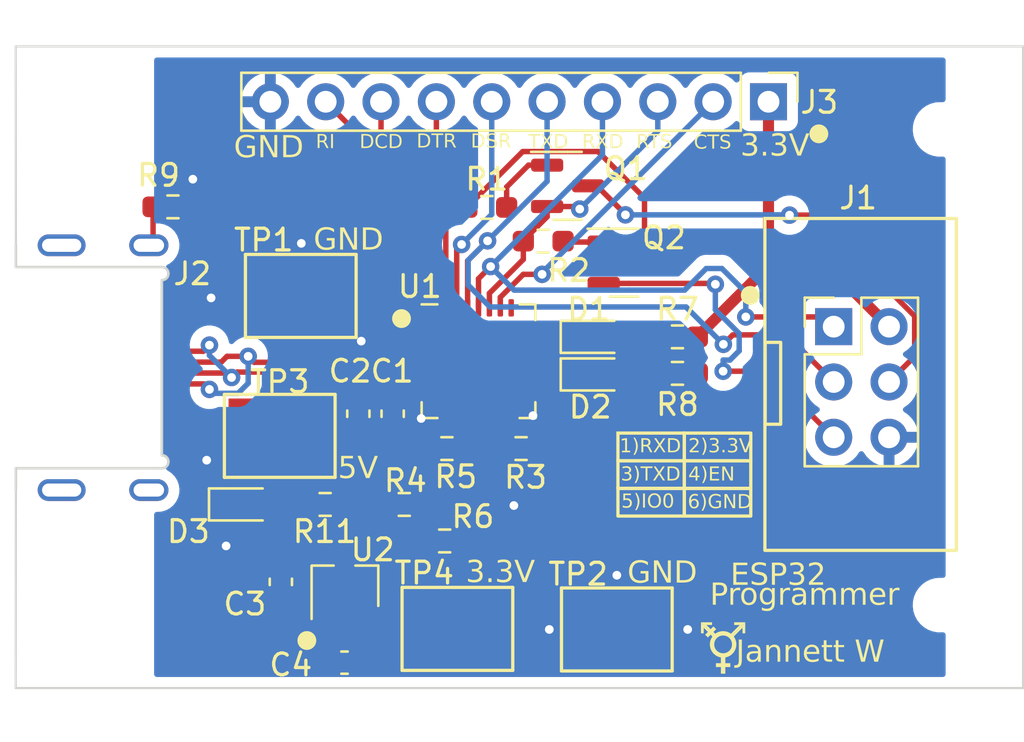
<source format=kicad_pcb>
(kicad_pcb (version 20221018) (generator pcbnew)
  (layers (0 "F.Cu" signal) (31 "B.Cu" signal) (34 "B.Paste" user) (35 "F.Paste" user) (36 "B.SilkS" user "B.Silkscreen") (37 "F.SilkS" user "F.Silkscreen") (38 "B.Mask" user) (39 "F.Mask" user) (44 "Edge.Cuts" user))
  (net 0 "")
  (net 1 "Net-(D1-K)")
  (net 2 "Net-(D1-A)")
  (net 3 "Net-(D2-K)")
  (net 4 "Net-(D2-A)")
  (net 5 "GND")
  (net 6 "Net-(D3-A)")
  (net 7 "RXD")
  (net 8 "+3.3V")
  (net 9 "TXD")
  (net 10 "ESP32_EN")
  (net 11 "ESP32_BOOT0")
  (net 12 "CTS")
  (net 13 "RTS")
  (net 14 "DSR")
  (net 15 "DTR")
  (net 16 "DCD")
  (net 17 "RI")
  (net 18 "Net-(Q1-B)")
  (net 19 "Net-(Q2-B)")
  (net 20 "Net-(U1-~{SUSPEND})")
  (net 21 "+5V")
  (net 22 "Net-(U1-VBUS)")
  (net 23 "Net-(U1-~{RST})")
  (net 24 "Net-(U1-D+)")
  (net 25 "Net-(U1-D-)")
  (net 40 "Net-(J2-SHIELD)")
  (footprint "Jarrett_Footprint_Library:MountingHole_2.0mm" (layer "F.Cu") (at 3.81 25.654)
    (fp_text reference "H4" hide)
    (fp_text value "M2")
    (pad "" np_thru_hole circle (at 0 0) (size 2 2) (drill 2) (layers "F&B.Cu" "*.Mask"))
  )
  (footprint "LED_SMD:LED_0603_1608Metric_Pad1.05x0.95mm_HandSolder" (layer "F.Cu") (at 26.67 15.0622)
    (fp_text reference "D2" (at -0.3048 1.4986) (layer "F.SilkS"))
    (fp_text value "GREEN LED")
    (pad "1" smd roundrect (at -0.875 0) (size 1.05 0.95) (layers "F.Cu" "F.Paste" "F.Mask") (net 3 "Net-(D2-K)"))
    (pad "2" smd roundrect (at 0.875 0) (size 1.05 0.95) (layers "F.Cu" "F.Paste" "F.Mask") (net 4 "Net-(D2-A)"))
  )
  (footprint "Resistor_SMD:R_0603_1608Metric_Pad0.98x0.95mm_HandSolder" (layer "F.Cu") (at 30.367 15.0122 180)
    (fp_text reference "R8" (at 0 -1.43) (layer "F.SilkS"))
    (fp_text value "2K")
    (pad "1" smd roundrect (at -0.9125 0 180) (size 0.975 0.95) (layers "F.Cu" "F.Paste" "F.Mask") (net 8 "+3.3V"))
    (pad "2" smd roundrect (at 0.9125 0 180) (size 0.975 0.95) (layers "F.Cu" "F.Paste" "F.Mask") (net 4 "Net-(D2-A)"))
  )
  (footprint "Connector_PinHeader_2.54mm:PinHeader_1x10_P2.54mm_Vertical" (layer "F.Cu") (at 34.544 2.54 -90)
    (fp_text reference "J3" (at 0.0254 -2.33 -180) (layer "F.SilkS"))
    (fp_text value "Conn_01x10")
    (pad "1" thru_hole rect (at 0 0 270) (size 1.7 1.7) (drill 1) (layers "*.Cu" "*.Mask") (net 8 "+3.3V"))
    (pad "2" thru_hole oval (at 0 2.54 270) (size 1.7 1.7) (drill 1) (layers "*.Cu" "*.Mask") (net 12 "CTS"))
    (pad "3" thru_hole oval (at 0 5.08 270) (size 1.7 1.7) (drill 1) (layers "*.Cu" "*.Mask") (net 13 "RTS"))
    (pad "4" thru_hole oval (at 0 7.62 270) (size 1.7 1.7) (drill 1) (layers "*.Cu" "*.Mask") (net 7 "RXD"))
    (pad "5" thru_hole oval (at 0 10.16 270) (size 1.7 1.7) (drill 1) (layers "*.Cu" "*.Mask") (net 9 "TXD"))
    (pad "6" thru_hole oval (at 0 12.7 270) (size 1.7 1.7) (drill 1) (layers "*.Cu" "*.Mask") (net 14 "DSR"))
    (pad "7" thru_hole oval (at 0 15.24 270) (size 1.7 1.7) (drill 1) (layers "*.Cu" "*.Mask") (net 15 "DTR"))
    (pad "8" thru_hole oval (at 0 17.78 270) (size 1.7 1.7) (drill 1) (layers "*.Cu" "*.Mask") (net 16 "DCD"))
    (pad "9" thru_hole oval (at 0 20.32 270) (size 1.7 1.7) (drill 1) (layers "*.Cu" "*.Mask") (net 17 "RI"))
    (pad "10" thru_hole oval (at 0 22.86 270) (size 1.7 1.7) (drill 1) (layers "*.Cu" "*.Mask") (net 5 "GND"))
  )
  (footprint "Resistor_SMD:R_0603_1608Metric_Pad0.98x0.95mm_HandSolder" (layer "F.Cu") (at 30.367 13.335 180)
    (fp_text reference "R7" (at 0 1.27) (layer "F.SilkS"))
    (fp_text value "2K")
    (pad "1" smd roundrect (at -0.9125 0 180) (size 0.975 0.95) (layers "F.Cu" "F.Paste" "F.Mask") (net 8 "+3.3V"))
    (pad "2" smd roundrect (at 0.9125 0 180) (size 0.975 0.95) (layers "F.Cu" "F.Paste" "F.Mask") (net 2 "Net-(D1-A)"))
  )
  (footprint "Capacitor_SMD:C_0603_1608Metric_Pad1.08x0.95mm_HandSolder" (layer "F.Cu") (at 15.0876 28.2956 180)
    (fp_text reference "C4" (at 2.4638 -0.1016) (layer "F.SilkS"))
    (fp_text value "10uF")
    (pad "1" smd roundrect (at -0.8625 0 180) (size 1.075 0.95) (layers "F.Cu" "F.Paste" "F.Mask") (net 8 "+3.3V"))
    (pad "2" smd roundrect (at 0.8625 0 180) (size 1.075 0.95) (layers "F.Cu" "F.Paste" "F.Mask") (net 5 "GND"))
  )
  (footprint "Jarrett_Footprint_Library:Trans_Symbol" (layer "F.Cu") (at 32.4612 27.4574)
    (fp_text reference "SYMBOL1" hide)
    (fp_text value "~")
  )
  (footprint "Jarrett_Footprint_Library:USB_C_Receptacle_GSB1C4621DS2HR" (layer "F.Cu") (at 6.7082 14.7508 -90)
    (fp_text reference "J2" (at -4.3114 -1.3944 -180) (layer "F.SilkS"))
    (fp_text value "GSB1C4621DS2HR")
    (fp_line (start -4.62 6.7) (end -5.62 6.7) (stroke (width 0.12)) (layer "Edge.Cuts"))
    (fp_line (start -4.62 6.7) (end -4.62 0) (stroke (width 0.12)) (layer "Edge.Cuts"))
    (fp_line (start 4.02 0) (end -4.02 0) (stroke (width 0.12)) (layer "Edge.Cuts"))
    (fp_line (start 4.62 6.7) (end 4.62 0) (stroke (width 0.12)) (layer "Edge.Cuts"))
    (fp_line (start 5.62 6.7) (end 4.62 6.7) (stroke (width 0.12)) (layer "Edge.Cuts"))
    (fp_arc (start -4.62 0) (mid -4.32 -0.3) (end -4.02 0) (stroke (width 0.12)) (layer "Edge.Cuts"))
    (fp_arc (start 4.02 0) (mid 4.32 -0.3) (end 4.62 0) (stroke (width 0.12)) (layer "Edge.Cuts"))
    (pad "A1" smd rect (at -3.204 -0.6096 270) (size 0.6 1.24) (layers "F.Cu" "F.Paste" "F.Mask") (net 5 "GND"))
    (pad "A4" smd rect (at -2.404 -0.6096 270) (size 0.6 1.24) (layers "F.Cu" "F.Paste" "F.Mask") (net 21 "+5V"))
    (pad "A5" smd rect (at -1.254 -0.6096 270) (size 0.3 1.24) (layers "F.Cu" "F.Paste" "F.Mask"))
    (pad "A6" smd rect (at -0.254 -0.6096 270) (size 0.3 1.24) (layers "F.Cu" "F.Paste" "F.Mask") (net 24 "Net-(U1-D+)"))
    (pad "A7" smd rect (at 0.246 -0.6096 270) (size 0.3 1.24) (layers "F.Cu" "F.Paste" "F.Mask") (net 25 "Net-(U1-D-)"))
    (pad "A8" smd rect (at 1.246 -0.6096 270) (size 0.3 1.24) (layers "F.Cu" "F.Paste" "F.Mask"))
    (pad "A9" smd rect (at 2.396 -0.6096 270) (size 0.6 1.24) (layers "F.Cu" "F.Paste" "F.Mask") (net 21 "+5V"))
    (pad "A12" smd rect (at 3.196 -0.6096 270) (size 0.6 1.24) (layers "F.Cu" "F.Paste" "F.Mask") (net 5 "GND"))
    (pad "B1" smd rect (at 3.196 -0.6096 270) (size 0.6 1.24) (layers "F.Cu" "F.Paste" "F.Mask") (net 5 "GND"))
    (pad "B4" smd rect (at 2.396 -0.6096 270) (size 0.6 1.24) (layers "F.Cu" "F.Paste" "F.Mask") (net 21 "+5V"))
    (pad "B5" smd rect (at 1.746 -0.6096 270) (size 0.3 1.24) (layers "F.Cu" "F.Paste" "F.Mask"))
    (pad "B6" smd rect (at 0.746 -0.6096 270) (size 0.3 1.24) (layers "F.Cu" "F.Paste" "F.Mask") (net 24 "Net-(U1-D+)"))
    (pad "B7" smd rect (at -0.754 -0.6096 270) (size 0.3 1.24) (layers "F.Cu" "F.Paste" "F.Mask") (net 25 "Net-(U1-D-)"))
    (pad "B8" smd rect (at -1.754 -0.6096 270) (size 0.3 1.24) (layers "F.Cu" "F.Paste" "F.Mask"))
    (pad "B9" smd rect (at -2.404 -0.6096 270) (size 0.6 1.24) (layers "F.Cu" "F.Paste" "F.Mask") (net 21 "+5V"))
    (pad "B12" smd rect (at -3.204 -0.6096 270) (size 0.6 1.24) (layers "F.Cu" "F.Paste" "F.Mask") (net 5 "GND"))
    (pad "S1" thru_hole oval (at -5.62 0.6 270) (size 1 1.8) (drill oval 0.6 1.4) (layers "*.Cu" "*.Mask") (net 40 "Net-(J2-SHIELD)"))
    (pad "S1" thru_hole oval (at -5.62 4.6 270) (size 1 2.2) (drill oval 0.6 1.8) (layers "*.Cu" "*.Mask") (net 40 "Net-(J2-SHIELD)"))
    (pad "S1" thru_hole oval (at 5.62 0.6 270) (size 1 1.8) (drill oval 0.6 1.4) (layers "*.Cu" "*.Mask") (net 40 "Net-(J2-SHIELD)"))
    (pad "S1" thru_hole oval (at 5.62 4.6 270) (size 1 2.2) (drill oval 0.6 1.8) (layers "*.Cu" "*.Mask") (net 40 "Net-(J2-SHIELD)"))
  )
  (footprint "LED_SMD:LED_0603_1608Metric_Pad1.05x0.95mm_HandSolder" (layer "F.Cu") (at 26.67 13.335)
    (fp_text reference "D1" (at -0.381 -1.27) (layer "F.SilkS"))
    (fp_text value "GREEN LED")
    (pad "1" smd roundrect (at -0.875 0) (size 1.05 0.95) (layers "F.Cu" "F.Paste" "F.Mask") (net 1 "Net-(D1-K)"))
    (pad "2" smd roundrect (at 0.875 0) (size 1.05 0.95) (layers "F.Cu" "F.Paste" "F.Mask") (net 2 "Net-(D1-A)"))
  )
  (footprint "Jarrett_Footprint_Library:TestPoint_Keystone_5016_Compact" (layer "F.Cu") (at 13.081 11.4554)
    (fp_text reference "TP1" (at -1.7018 -2.5654) (layer "F.SilkS"))
    (fp_text value "5016")
    (pad "1" smd rect (at 0 0) (size 4.699 3.429) (layers "F.Cu" "F.Paste" "F.Mask") (net 5 "GND"))
  )
  (footprint "Package_TO_SOT_SMD:TSOT-23" (layer "F.Cu") (at 15.0876 24.7893 90)
    (fp_text reference "U2" (at 1.6753 1.2954 180) (layer "F.SilkS"))
    (fp_text value "AP2138N-3.3TRG1")
    (pad "1" smd rect (at -1.31 -0.95 90) (size 1.22 0.65) (layers "F.Cu" "F.Paste" "F.Mask") (net 5 "GND"))
    (pad "2" smd rect (at -1.31 0.95 90) (size 1.22 0.65) (layers "F.Cu" "F.Paste" "F.Mask") (net 8 "+3.3V"))
    (pad "3" smd rect (at 1.31 0 90) (size 1.22 0.65) (layers "F.Cu" "F.Paste" "F.Mask") (net 21 "+5V"))
  )
  (footprint "Resistor_SMD:R_0603_1608Metric_Pad0.98x0.95mm_HandSolder" (layer "F.Cu") (at 21.6154 7.3914 180)
    (fp_text reference "R1" (at 0 1.2954) (layer "F.SilkS"))
    (fp_text value "10K")
    (pad "1" smd roundrect (at -0.9125 0 180) (size 0.975 0.95) (layers "F.Cu" "F.Paste" "F.Mask") (net 18 "Net-(Q1-B)"))
    (pad "2" smd roundrect (at 0.9125 0 180) (size 0.975 0.95) (layers "F.Cu" "F.Paste" "F.Mask") (net 15 "DTR"))
  )
  (footprint "Capacitor_SMD:C_0603_1608Metric_Pad1.08x0.95mm_HandSolder" (layer "F.Cu") (at 17.2974 16.8656 -90)
    (fp_text reference "C1" (at -1.9558 0.0254 -180) (layer "F.SilkS"))
    (fp_text value "0.1uF")
    (pad "1" smd roundrect (at -0.8625 0 270) (size 1.075 0.95) (layers "F.Cu" "F.Paste" "F.Mask") (net 8 "+3.3V"))
    (pad "2" smd roundrect (at 0.8625 0 270) (size 1.075 0.95) (layers "F.Cu" "F.Paste" "F.Mask") (net 5 "GND"))
  )
  (footprint "Resistor_SMD:R_0603_1608Metric_Pad0.98x0.95mm_HandSolder" (layer "F.Cu") (at 14.1986 21.0312 180)
    (fp_text reference "R11" (at 0.0254 -1.2446) (layer "F.SilkS"))
    (fp_text value "2K")
    (pad "1" smd roundrect (at -0.9125 0 180) (size 0.975 0.95) (layers "F.Cu" "F.Paste" "F.Mask") (net 21 "+5V"))
    (pad "2" smd roundrect (at 0.9125 0 180) (size 0.975 0.95) (layers "F.Cu" "F.Paste" "F.Mask") (net 6 "Net-(D3-A)"))
  )
  (footprint "Resistor_SMD:R_0603_1608Metric_Pad0.98x0.95mm_HandSolder" (layer "F.Cu") (at 19.7866 18.4658)
    (fp_text reference "R5" (at 0.4064 1.2954) (layer "F.SilkS"))
    (fp_text value "2K")
    (pad "1" smd roundrect (at -0.9125 0) (size 0.975 0.95) (layers "F.Cu" "F.Paste" "F.Mask") (net 8 "+3.3V"))
    (pad "2" smd roundrect (at 0.9125 0) (size 0.975 0.95) (layers "F.Cu" "F.Paste" "F.Mask") (net 23 "Net-(U1-~{RST})"))
  )
  (footprint "Connector_PinHeader_2.54mm:PinHeader_2x03_P2.54mm_Vertical" (layer "F.Cu") (at 37.5362 12.8674)
    (fp_text reference "J1" (at 1.1226 -5.9078) (layer "F.SilkS"))
    (fp_text value "BHR-06-VUA")
    (pad "1" thru_hole rect (at 0 0) (size 1.7 1.7) (drill 1) (layers "*.Cu" "*.Mask") (net 7 "RXD"))
    (pad "2" thru_hole oval (at 2.54 0) (size 1.7 1.7) (drill 1) (layers "*.Cu" "*.Mask") (net 8 "+3.3V"))
    (pad "3" thru_hole oval (at 0 2.54) (size 1.7 1.7) (drill 1) (layers "*.Cu" "*.Mask") (net 9 "TXD"))
    (pad "4" thru_hole oval (at 2.54 2.54) (size 1.7 1.7) (drill 1) (layers "*.Cu" "*.Mask") (net 10 "ESP32_EN"))
    (pad "5" thru_hole oval (at 0 5.08) (size 1.7 1.7) (drill 1) (layers "*.Cu" "*.Mask") (net 11 "ESP32_BOOT0"))
    (pad "6" thru_hole oval (at 2.54 5.08) (size 1.7 1.7) (drill 1) (layers "*.Cu" "*.Mask") (net 5 "GND"))
  )
  (footprint "Capacitor_SMD:C_0603_1608Metric_Pad1.08x0.95mm_HandSolder" (layer "F.Cu") (at 12.1666 24.5861 -90)
    (fp_text reference "C3" (at 1.0171 1.651 -180) (layer "F.SilkS"))
    (fp_text value "10uF")
    (pad "1" smd roundrect (at -0.8625 0 270) (size 1.075 0.95) (layers "F.Cu" "F.Paste" "F.Mask") (net 21 "+5V"))
    (pad "2" smd roundrect (at 0.8625 0 270) (size 1.075 0.95) (layers "F.Cu" "F.Paste" "F.Mask") (net 5 "GND"))
  )
  (footprint "Package_DFN_QFN:QFN-28-1EP_5x5mm_P0.5mm_EP3.35x3.35mm" (layer "F.Cu") (at 21.2368 14.454)
    (fp_text reference "U1" (at -2.6948 -3.4304) (layer "F.SilkS"))
    (fp_text value "CP2102N-Axx-xQFN28")
    (pad "1" smd roundrect (at -2.45 -1.5) (size 0.8 0.25) (layers "F.Cu" "F.Paste" "F.Mask") (net 16 "DCD"))
    (pad "2" smd roundrect (at -2.45 -1) (size 0.8 0.25) (layers "F.Cu" "F.Paste" "F.Mask") (net 17 "RI"))
    (pad "3" smd roundrect (at -2.45 -0.5) (size 0.8 0.25) (layers "F.Cu" "F.Paste" "F.Mask") (net 5 "GND"))
    (pad "4" smd roundrect (at -2.45 0) (size 0.8 0.25) (layers "F.Cu" "F.Paste" "F.Mask") (net 24 "Net-(U1-D+)"))
    (pad "5" smd roundrect (at -2.45 0.5) (size 0.8 0.25) (layers "F.Cu" "F.Paste" "F.Mask") (net 25 "Net-(U1-D-)"))
    (pad "6" smd roundrect (at -2.45 1) (size 0.8 0.25) (layers "F.Cu" "F.Paste" "F.Mask") (net 8 "+3.3V"))
    (pad "7" smd roundrect (at -2.45 1.5) (size 0.8 0.25) (layers "F.Cu" "F.Paste" "F.Mask") (net 8 "+3.3V"))
    (pad "8" smd roundrect (at -1.5 2.45) (size 0.25 0.8) (layers "F.Cu" "F.Paste" "F.Mask") (net 22 "Net-(U1-VBUS)"))
    (pad "9" smd roundrect (at -1 2.45) (size 0.25 0.8) (layers "F.Cu" "F.Paste" "F.Mask") (net 23 "Net-(U1-~{RST})"))
    (pad "10" smd roundrect (at -0.5 2.45) (size 0.25 0.8) (layers "F.Cu" "F.Paste" "F.Mask"))
    (pad "11" smd roundrect (at 0 2.45) (size 0.25 0.8) (layers "F.Cu" "F.Paste" "F.Mask") (net 20 "Net-(U1-~{SUSPEND})"))
    (pad "12" smd roundrect (at 0.5 2.45) (size 0.25 0.8) (layers "F.Cu" "F.Paste" "F.Mask"))
    (pad "13" smd roundrect (at 1 2.45) (size 0.25 0.8) (layers "F.Cu" "F.Paste" "F.Mask"))
    (pad "14" smd roundrect (at 1.5 2.45) (size 0.25 0.8) (layers "F.Cu" "F.Paste" "F.Mask"))
    (pad "15" smd roundrect (at 2.45 1.5) (size 0.8 0.25) (layers "F.Cu" "F.Paste" "F.Mask"))
    (pad "16" smd roundrect (at 2.45 1) (size 0.8 0.25) (layers "F.Cu" "F.Paste" "F.Mask"))
    (pad "17" smd roundrect (at 2.45 0.5) (size 0.8 0.25) (layers "F.Cu" "F.Paste" "F.Mask"))
    (pad "18" smd roundrect (at 2.45 0) (size 0.8 0.25) (layers "F.Cu" "F.Paste" "F.Mask") (net 3 "Net-(D2-K)"))
    (pad "19" smd roundrect (at 2.45 -0.5) (size 0.8 0.25) (layers "F.Cu" "F.Paste" "F.Mask") (net 1 "Net-(D1-K)"))
    (pad "20" smd roundrect (at 2.45 -1) (size 0.8 0.25) (layers "F.Cu" "F.Paste" "F.Mask"))
    (pad "21" smd roundrect (at 2.45 -1.5) (size 0.8 0.25) (layers "F.Cu" "F.Paste" "F.Mask"))
    (pad "22" smd roundrect (at 1.5 -2.45) (size 0.25 0.8) (layers "F.Cu" "F.Paste" "F.Mask"))
    (pad "23" smd roundrect (at 1 -2.45) (size 0.25 0.8) (layers "F.Cu" "F.Paste" "F.Mask") (net 12 "CTS"))
    (pad "24" smd roundrect (at 0.5 -2.45) (size 0.25 0.8) (layers "F.Cu" "F.Paste" "F.Mask") (net 13 "RTS"))
    (pad "25" smd roundrect (at 0 -2.45) (size 0.25 0.8) (layers "F.Cu" "F.Paste" "F.Mask") (net 7 "RXD"))
    (pad "26" smd roundrect (at -0.5 -2.45) (size 0.25 0.8) (layers "F.Cu" "F.Paste" "F.Mask") (net 9 "TXD"))
    (pad "27" smd roundrect (at -1 -2.45) (size 0.25 0.8) (layers "F.Cu" "F.Paste" "F.Mask") (net 14 "DSR"))
    (pad "28" smd roundrect (at -1.5 -2.45) (size 0.25 0.8) (layers "F.Cu" "F.Paste" "F.Mask") (net 15 "DTR"))
    (pad "29" smd rect (at 0 0) (size 3.35 3.35) (layers "F.Cu" "F.Mask") (net 5 "GND"))
  )
  (footprint "Jarrett_Footprint_Library:TestPoint_Keystone_5016_Compact" (layer "F.Cu") (at 27.5844 26.7716)
    (fp_text reference "TP2" (at -1.778 -2.54) (layer "F.SilkS"))
    (fp_text value "5016")
    (pad "1" smd rect (at 0 0) (size 4.699 3.429) (layers "F.Cu" "F.Paste" "F.Mask") (net 5 "GND"))
  )
  (footprint "Capacitor_SMD:C_0603_1608Metric_Pad1.08x0.95mm_HandSolder" (layer "F.Cu") (at 15.7226 16.8656 -90)
    (fp_text reference "C2" (at -1.9558 0.381 -180) (layer "F.SilkS"))
    (fp_text value "10uF")
    (pad "1" smd roundrect (at -0.8625 0 270) (size 1.075 0.95) (layers "F.Cu" "F.Paste" "F.Mask") (net 8 "+3.3V"))
    (pad "2" smd roundrect (at 0.8625 0 270) (size 1.075 0.95) (layers "F.Cu" "F.Paste" "F.Mask") (net 5 "GND"))
  )
  (footprint "Package_TO_SOT_SMD:SOT-23" (layer "F.Cu") (at 27.9169 9.9314)
    (fp_text reference "Q2" (at 1.8265 -1.143) (layer "F.SilkS"))
    (fp_text value "MMBT3904")
    (pad "1" smd roundrect (at -0.9375 -0.95) (size 1.475 0.6) (layers "F.Cu" "F.Paste" "F.Mask") (net 19 "Net-(Q2-B)"))
    (pad "2" smd roundrect (at -0.9375 0.95) (size 1.475 0.6) (layers "F.Cu" "F.Paste" "F.Mask") (net 11 "ESP32_BOOT0"))
    (pad "3" smd roundrect (at 0.9375 0) (size 1.475 0.6) (layers "F.Cu" "F.Paste" "F.Mask") (net 15 "DTR"))
  )
  (footprint "Jarrett_Footprint_Library:MountingHole_2.0mm" (layer "F.Cu") (at 3.81 3.81)
    (fp_text reference "H1" hide)
    (fp_text value "M2")
    (pad "" np_thru_hole circle (at 0 0) (size 2 2) (drill 2) (layers "F&B.Cu" "*.Mask"))
  )
  (footprint "Resistor_SMD:R_0603_1608Metric_Pad0.98x0.95mm_HandSolder" (layer "F.Cu") (at 7.2155 7.366)
    (fp_text reference "R9" (at -0.6623 -1.4478) (layer "F.SilkS"))
    (fp_text value "1Meg")
    (pad "1" smd roundrect (at -0.9125 0) (size 0.975 0.95) (layers "F.Cu" "F.Paste" "F.Mask") (net 40 "Net-(J2-SHIELD)"))
    (pad "2" smd roundrect (at 0.9125 0) (size 0.975 0.95) (layers "F.Cu" "F.Paste" "F.Mask") (net 5 "GND"))
  )
  (footprint "Jarrett_Footprint_Library:MountingHole_2.0mm" (layer "F.Cu") (at 42.418 25.654)
    (fp_text reference "H2" hide)
    (fp_text value "M2")
    (pad "" np_thru_hole circle (at 0 0) (size 2 2) (drill 2) (layers "F&B.Cu" "*.Mask"))
  )
  (footprint "Resistor_SMD:R_0603_1608Metric_Pad0.98x0.95mm_HandSolder" (layer "F.Cu") (at 19.685 22.7076)
    (fp_text reference "R6" (at 1.2954 -1.1176) (layer "F.SilkS"))
    (fp_text value "47.5K")
    (pad "1" smd roundrect (at -0.9125 0) (size 0.975 0.95) (layers "F.Cu" "F.Paste" "F.Mask") (net 22 "Net-(U1-VBUS)"))
    (pad "2" smd roundrect (at 0.9125 0) (size 0.975 0.95) (layers "F.Cu" "F.Paste" "F.Mask") (net 5 "GND"))
  )
  (footprint "Resistor_SMD:R_0603_1608Metric_Pad0.98x0.95mm_HandSolder" (layer "F.Cu") (at 17.8308 21.0312)
    (fp_text reference "R4" (at 0.0508 -1.0922) (layer "F.SilkS"))
    (fp_text value "22.1K")
    (pad "1" smd roundrect (at -0.9125 0) (size 0.975 0.95) (layers "F.Cu" "F.Paste" "F.Mask") (net 21 "+5V"))
    (pad "2" smd roundrect (at 0.9125 0) (size 0.975 0.95) (layers "F.Cu" "F.Paste" "F.Mask") (net 22 "Net-(U1-VBUS)"))
  )
  (footprint "Package_TO_SOT_SMD:SOT-23" (layer "F.Cu") (at 25.3238 6.4008)
    (fp_text reference "Q1" (at 2.667 -0.7874) (layer "F.SilkS"))
    (fp_text value "MMBT3904")
    (pad "1" smd roundrect (at -0.9375 -0.95) (size 1.475 0.6) (layers "F.Cu" "F.Paste" "F.Mask") (net 18 "Net-(Q1-B)"))
    (pad "2" smd roundrect (at -0.9375 0.95) (size 1.475 0.6) (layers "F.Cu" "F.Paste" "F.Mask") (net 13 "RTS"))
    (pad "3" smd roundrect (at 0.9375 0) (size 1.475 0.6) (layers "F.Cu" "F.Paste" "F.Mask") (net 10 "ESP32_EN"))
  )
  (footprint "Resistor_SMD:R_0603_1608Metric_Pad0.98x0.95mm_HandSolder" (layer "F.Cu") (at 23.1902 18.4658 180)
    (fp_text reference "R3" (at -0.2032 -1.3208) (layer "F.SilkS"))
    (fp_text value "10K")
    (pad "1" smd roundrect (at -0.9125 0 180) (size 0.975 0.95) (layers "F.Cu" "F.Paste" "F.Mask") (net 5 "GND"))
    (pad "2" smd roundrect (at 0.9125 0 180) (size 0.975 0.95) (layers "F.Cu" "F.Paste" "F.Mask") (net 20 "Net-(U1-~{SUSPEND})"))
  )
  (footprint "Jarrett_Footprint_Library:MountingHole_2.0mm" (layer "F.Cu") (at 42.418 3.81)
    (fp_text reference "H3" hide)
    (fp_text value "M2")
    (pad "" np_thru_hole circle (at 0 0) (size 2 2) (drill 2) (layers "F&B.Cu" "*.Mask"))
  )
  (footprint "Jarrett_Footprint_Library:TestPoint_Keystone_5016_Compact" (layer "F.Cu") (at 20.2692 26.7462)
    (fp_text reference "TP4" (at -1.524 -2.5654) (layer "F.SilkS"))
    (fp_text value "5016")
    (pad "1" smd rect (at 0 0) (size 4.699 3.429) (layers "F.Cu" "F.Paste" "F.Mask") (net 8 "+3.3V"))
  )
  (footprint "LED_SMD:LED_0603_1608Metric_Pad1.05x0.95mm_HandSolder" (layer "F.Cu") (at 10.5296 21.0312)
    (fp_text reference "D3" (at -2.6048 1.2446) (layer "F.SilkS"))
    (fp_text value "GREEN LED")
    (pad "1" smd roundrect (at -0.875 0) (size 1.05 0.95) (layers "F.Cu" "F.Paste" "F.Mask") (net 5 "GND"))
    (pad "2" smd roundrect (at 0.875 0) (size 1.05 0.95) (layers "F.Cu" "F.Paste" "F.Mask") (net 6 "Net-(D3-A)"))
  )
  (footprint "Resistor_SMD:R_0603_1608Metric_Pad0.98x0.95mm_HandSolder" (layer "F.Cu") (at 24.2062 8.9408 180)
    (fp_text reference "R2" (at -1.1684 -1.3462) (layer "F.SilkS"))
    (fp_text value "10K")
    (pad "1" smd roundrect (at -0.9125 0 180) (size 0.975 0.95) (layers "F.Cu" "F.Paste" "F.Mask") (net 19 "Net-(Q2-B)"))
    (pad "2" smd roundrect (at 0.9125 0 180) (size 0.975 0.95) (layers "F.Cu" "F.Paste" "F.Mask") (net 13 "RTS"))
  )
  (footprint "Jarrett_Footprint_Library:TestPoint_Keystone_5016_Compact" (layer "F.Cu") (at 12.1158 17.8816)
    (fp_text reference "TP3" (at 0 -2.4892 180) (layer "F.SilkS"))
    (fp_text value "5016")
    (pad "1" smd rect (at 0 0) (size 4.699 3.429) (layers "F.Cu" "F.Paste" "F.Mask") (net 21 "+5V"))
  )
  (gr_rect (start 27.6352 17.7546) (end 30.6832 19.0246) (stroke (width 0.15)) (fill none) (layer "F.SilkS"))
  (gr_rect (start 30.6832 17.7546) (end 33.7312 19.0246) (stroke (width 0.15)) (fill none) (layer "F.SilkS"))
  (gr_rect (start 27.6352 20.2946) (end 30.6832 21.5646) (stroke (width 0.15)) (fill none) (layer "F.SilkS"))
  (gr_circle (center 36.8554 4.0132) (end 37.211 4.0386) (stroke (width 0.15)) (fill solid) (layer "F.SilkS"))
  (gr_circle (center 33.7058 11.43) (end 34.0614 11.4554) (stroke (width 0.15)) (fill solid) (layer "F.SilkS"))
  (gr_circle (center 17.7038 12.4968) (end 18.0594 12.5222) (stroke (width 0.15)) (fill solid) (layer "F.SilkS"))
  (gr_circle (center 13.3604 27.2796) (end 13.716 27.305) (stroke (width 0.15)) (fill solid) (layer "F.SilkS"))
  (gr_rect (start 30.6832 19.0246) (end 33.7312 20.2946) (stroke (width 0.15)) (fill none) (layer "F.SilkS"))
  (gr_rect (start 30.6832 20.2946) (end 33.7312 21.5646) (stroke (width 0.15)) (fill none) (layer "F.SilkS"))
  (gr_rect (start 34.3789 7.8994) (end 43.1673 23.1394) (stroke (width 0.15)) (fill none) (layer "F.SilkS"))
  (gr_rect (start 27.6352 19.0246) (end 30.6832 20.2946) (stroke (width 0.15)) (fill none) (layer "F.SilkS"))
  (gr_rect (start 34.3916 13.589) (end 35.1028 17.3482) (stroke (width 0.15)) (fill none) (layer "F.SilkS"))
  (gr_line (start 0 0) (end 46.228 0) (stroke (width 0.1)) (layer "Edge.Cuts"))
  (gr_line (start 0.0082 9.1308) (end 0 0) (stroke (width 0.1)) (layer "Edge.Cuts"))
  (gr_line (start 0 29.464) (end 0.0082 20.3708) (stroke (width 0.1)) (layer "Edge.Cuts"))
  (gr_line (start 46.228 29.464) (end 0 29.464) (stroke (width 0.1)) (layer "Edge.Cuts"))
  (gr_line (start 46.228 0) (end 46.228 29.464) (stroke (width 0.1)) (layer "Edge.Cuts"))
  (gr_text "GND" (at 10.0076 5.2578) (layer "F.SilkS") (effects (font (size 1 1)) (justify left bottom)))
  (gr_text "GND" (at 13.6652 9.4996) (layer "F.SilkS") (effects (font (size 1 1)) (justify left bottom)))
  (gr_text "DTR" (at 18.3896 4.7498) (layer "F.SilkS") (effects (font (size 0.635 0.635)) (justify left bottom)))
  (gr_text "3.3V" (at 33.2486 5.1816) (layer "F.SilkS") (effects (font (size 1 1)) (justify left bottom)))
  (gr_text "6)GND" (at 30.8356 21.3106) (layer "F.SilkS") (effects (font (size 0.635 0.635)) (justify left bottom)))
  (gr_text "RI" (at 13.7668 4.7752) (layer "F.SilkS") (effects (font (size 0.635 0.635)) (justify left bottom)))
  (gr_text "ESP32" (at 32.7914 24.892) (layer "F.SilkS") (effects (font (size 1 1)) (justify left bottom)))
  (gr_text "GND" (at 28.067 24.7904) (layer "F.SilkS") (effects (font (size 1 1)) (justify left bottom)))
  (gr_text "3.3V" (at 20.6502 24.765) (layer "F.SilkS") (effects (font (size 1 1)) (justify left bottom)))
  (gr_text "3)TXD" (at 27.7622 20.0406) (layer "F.SilkS") (effects (font (size 0.635 0.635)) (justify left bottom)))
  (gr_text "RXD" (at 25.9842 4.7752) (layer "F.SilkS") (effects (font (size 0.635 0.635)) (justify left bottom)))
  (gr_text "Programmer" (at 31.8516 25.8064) (layer "F.SilkS") (effects (font (size 1 1)) (justify left bottom)))
  (gr_text "Jannett W" (at 33.0454 28.4226) (layer "F.SilkS") (effects (font (size 1 1)) (justify left bottom)))
  (gr_text "5V" (at 14.7828 19.9898) (layer "F.SilkS") (effects (font (size 1 1)) (justify left bottom)))
  (gr_text "1)RXD" (at 27.7114 18.7452) (layer "F.SilkS") (effects (font (size 0.635 0.635)) (justify left bottom)))
  (gr_text "5)IO0" (at 27.7876 21.2852) (layer "F.SilkS") (effects (font (size 0.635 0.635)) (justify left bottom)))
  (gr_text "DSR" (at 20.8788 4.7498) (layer "F.SilkS") (effects (font (size 0.635 0.635)) (justify left bottom)))
  (gr_text "DCD" (at 15.7734 4.7752) (layer "F.SilkS") (effects (font (size 0.635 0.635)) (justify left bottom)))
  (gr_text "CTS" (at 31.115 4.8006) (layer "F.SilkS") (effects (font (size 0.635 0.635)) (justify left bottom)))
  (gr_text "2)3.3V" (at 30.861 18.7452) (layer "F.SilkS") (effects (font (size 0.635 0.635)) (justify left bottom)))
  (gr_text "RTS" (at 28.4734 4.7752) (layer "F.SilkS") (effects (font (size 0.635 0.635)) (justify left bottom)))
  (gr_text "TXD" (at 23.5204 4.7752) (layer "F.SilkS") (effects (font (size 0.635 0.635)) (justify left bottom)))
  (gr_text "4)EN" (at 30.861 20.0406) (layer "F.SilkS") (effects (font (size 0.635 0.635)) (justify left bottom)))
  (segment (start 25.176 13.954) (end 25.795 13.335) (width 0.25) (layer "F.Cu") (net 1))
  (segment (start 23.6868 13.954) (end 25.176 13.954) (width 0.25) (layer "F.Cu") (net 1))
  (segment (start 27.545 13.335) (end 29.4545 13.335) (width 0.25) (layer "F.Cu") (net 2))
  (segment (start 25.1868 14.454) (end 25.795 15.0622) (width 0.25) (layer "F.Cu") (net 3))
  (segment (start 23.6868 14.454) (end 25.1868 14.454) (width 0.25) (layer "F.Cu") (net 3))
  (segment (start 29.4045 15.0622) (end 29.4545 15.0122) (width 0.25) (layer "F.Cu") (net 4))
  (segment (start 27.545 15.0622) (end 29.4045 15.0622) (width 0.25) (layer "F.Cu") (net 4))
  (segment (start 18.7868 13.954) (end 17.1036 13.954) (width 0.25) (layer "F.Cu") (net 5))
  (segment (start 14.1376 25.8724) (end 13.7138 25.4486) (width 0.508) (layer "F.Cu") (net 5))
  (segment (start 13.081 9.0678) (end 13.1064 9.0424) (width 0.25) (layer "F.Cu") (net 5))
  (segment (start 13.6906 11.4554) (end 13.081 11.4554) (width 0.25) (layer "F.Cu") (net 5))
  (segment (start 17.2974 17.7281) (end 15.7226 17.7281) (width 0.25) (layer "F.Cu") (net 5))
  (segment (start 14.2251 26.1868) (end 14.1376 26.0993) (width 0.508) (layer "F.Cu") (net 5))
  (segment (start 14.1376 26.0993) (end 14.1376 25.8724) (width 0.508) (layer "F.Cu") (net 5))
  (segment (start 17.1036 13.954) (end 16.7386 13.589) (width 0.25) (layer "F.Cu") (net 5))
  (segment (start 8.128 7.366) (end 8.128 6.096) (width 0.25) (layer "F.Cu") (net 5))
  (segment (start 8.763 18.9992) (end 8.763 20.193) (width 0.508) (layer "F.Cu") (net 5))
  (segment (start 13.081 11.4554) (end 13.081 9.0678) (width 0.508) (layer "F.Cu") (net 5))
  (segment (start 7.7106 17.9468) (end 8.763 18.9992) (width 0.508) (layer "F.Cu") (net 5))
  (segment (start 24.1027 18.4658) (end 24.1027 17.3199) (width 0.25) (layer "F.Cu") (net 5))
  (segment (start 22.86 21.082) (end 24.1027 19.8393) (width 0.25) (layer "F.Cu") (net 5))
  (segment (start 17.2974 17.7281) (end 17.9627 17.7281) (width 0.25) (layer "F.Cu") (net 5))
  (segment (start 8.763 20.193) (end 9.6012 21.0312) (width 0.508) (layer "F.Cu") (net 5))
  (segment (start 13.7138 25.4486) (end 12.1666 25.4486) (width 0.508) (layer "F.Cu") (net 5))
  (segment (start 8.9662 11.5468) (end 12.9896 11.5468) (width 0.508) (layer "F.Cu") (net 5))
  (segment (start 17.9627 17.7281) (end 18.6074 17.0834) (width 0.25) (layer "F.Cu") (net 5))
  (segment (start 24.1027 19.8393) (end 24.1027 18.4658) (width 0.25) (layer "F.Cu") (net 5))
  (segment (start 20.7368 13.954) (end 21.2368 14.454) (width 0.25) (layer "F.Cu") (net 5))
  (segment (start 27.5844 26.7716) (end 30.8356 26.7716) (width 0.508) (layer "F.Cu") (net 5))
  (segment (start 13.7801 11.4554) (end 15.85625 13.53155) (width 0.508) (layer "F.Cu") (net 5))
  (segment (start 12.1666 25.4486) (end 9.6546 22.9366) (width 0.508) (layer "F.Cu") (net 5))
  (segment (start 15.8242 13.589) (end 13.6906 11.4554) (width 0.25) (layer "F.Cu") (net 5))
  (segment (start 22.86 21.082) (end 22.352 21.082) (width 0.25) (layer "F.Cu") (net 5))
  (segment (start 27.5844 26.7716) (end 24.4856 26.7716) (width 0.508) (layer "F.Cu") (net 5))
  (segment (start 27.5844 26.7716) (end 27.5844 24.2824) (width 0.508) (layer "F.Cu") (net 5))
  (segment (start 14.2251 28.2956) (end 14.2251 26.1868) (width 0.508) (layer "F.Cu") (net 5))
  (segment (start 22.352 21.082) (end 20.7264 22.7076) (width 0.25) (layer "F.Cu") (net 5))
  (segment (start 21.2368 14.454) (end 23.7368 16.954) (width 0.25) (layer "F.Cu") (net 5))
  (segment (start 18.6074 17.0834) (end 21.2368 14.454) (width 0.25) (layer "F.Cu") (net 5))
  (segment (start 13.081 11.4554) (end 13.7801 11.4554) (width 0.25) (layer "F.Cu") (net 5))
  (segment (start 20.7264 22.7076) (end 20.5975 22.7076) (width 0.25) (layer "F.Cu") (net 5))
  (segment (start 9.6546 22.9366) (end 9.6546 21.0312) (width 0.508) (layer "F.Cu") (net 5))
  (segment (start 16.7386 13.589) (end 15.8242 13.589) (width 0.25) (layer "F.Cu") (net 5))
  (segment (start 9.6012 21.0312) (end 9.6546 21.0312) (width 0.508) (layer "F.Cu") (net 5))
  (segment (start 7.3178 17.9468) (end 7.7106 17.9468) (width 0.508) (layer "F.Cu") (net 5))
  (segment (start 18.7868 13.954) (end 20.7368 13.954) (width 0.25) (layer "F.Cu") (net 5))
  (segment (start 24.1027 17.3199) (end 23.7368 16.954) (width 0.25) (layer "F.Cu") (net 5))
  (segment (start 12.9896 11.5468) (end 13.081 11.4554) (width 0.508) (layer "F.Cu") (net 5))
  (segment (start 7.3178 11.5468) (end 8.9662 11.5468) (width 0.508) (layer "F.Cu") (net 5))
  (via (at 30.8356 26.7716) (size 0.8) (drill 0.4) (layers "F.Cu" "B.Cu") (net 5))
  (via (at 22.86 21.082) (size 0.8) (drill 0.4) (layers "F.Cu" "B.Cu") (net 5))
  (via (at 18.6074 17.0834) (size 0.8) (drill 0.4) (layers "F.Cu" "B.Cu") (net 5))
  (via (at 9.6546 22.9366) (size 0.8) (drill 0.4) (layers "F.Cu" "B.Cu") (net 5))
  (via (at 24.4856 26.7716) (size 0.8) (drill 0.4) (layers "F.Cu" "B.Cu") (net 5))
  (via (at 23.7368 16.954) (size 0.8) (drill 0.4) (layers "F.Cu" "B.Cu") (net 5))
  (via (at 13.1064 9.0424) (size 0.8) (drill 0.4) (layers "F.Cu" "B.Cu") (net 5))
  (via (at 15.85625 13.53155) (size 0.8) (drill 0.4) (layers "F.Cu" "B.Cu") (net 5))
  (via (at 8.763 18.9992) (size 0.8) (drill 0.4) (layers "F.Cu" "B.Cu") (net 5))
  (via (at 8.9662 11.5468) (size 0.8) (drill 0.4) (layers "F.Cu" "B.Cu") (net 5))
  (via (at 8.128 6.096) (size 0.8) (drill 0.4) (layers "F.Cu" "B.Cu") (net 5))
  (via (at 27.5844 24.2824) (size 0.8) (drill 0.4) (layers "F.Cu" "B.Cu") (net 5))
  (segment (start 13.2861 21.0312) (end 11.4046 21.0312) (width 0.25) (layer "F.Cu") (net 6))
  (segment (start 37.0894 12.4206) (end 37.5362 12.8674) (width 0.25) (layer "F.Cu") (net 7))
  (segment (start 33.5026 12.4206) (end 37.0894 12.4206) (width 0.25) (layer "F.Cu") (net 7))
  (segment (start 21.2368 12.004) (end 21.2368 10.6656) (width 0.25) (layer "F.Cu") (net 7))
  (segment (start 21.2368 10.6656) (end 21.7932 10.1092) (width 0.25) (layer "F.Cu") (net 7))
  (via (at 21.7932 10.1092) (size 0.8) (drill 0.4) (layers "F.Cu" "B.Cu") (net 7))
  (via (at 33.5026 12.4206) (size 0.8) (drill 0.4) (layers "F.Cu" "B.Cu") (net 7))
  (segment (start 22.8738 11.1898) (end 21.7932 10.1092) (width 0.25) (layer "B.Cu") (net 7))
  (segment (start 26.924 4.9784) (end 26.924 2.54) (width 0.25) (layer "B.Cu") (net 7))
  (segment (start 33.5026 12.4206) (end 33.5026 11.293695) (width 0.25) (layer "B.Cu") (net 7))
  (segment (start 33.5026 11.293695) (end 32.405905 10.197) (width 0.25) (layer "B.Cu") (net 7))
  (segment (start 30.6948 11.1898) (end 22.8738 11.1898) (width 0.25) (layer "B.Cu") (net 7))
  (segment (start 31.6876 10.197) (end 30.6948 11.1898) (width 0.25) (layer "B.Cu") (net 7))
  (segment (start 32.405905 10.197) (end 31.6876 10.197) (width 0.25) (layer "B.Cu") (net 7))
  (segment (start 21.7932 10.1092) (end 26.924 4.9784) (width 0.25) (layer "B.Cu") (net 7))
  (segment (start 17.8465 15.454) (end 17.2974 16.0031) (width 0.25) (layer "F.Cu") (net 8))
  (segment (start 31.2795 15.0122) (end 31.2795 13.335) (width 0.508) (layer "F.Cu") (net 8))
  (segment (start 17.8308 19.5091) (end 15.934852 19.5091) (width 0.25) (layer "F.Cu") (net 8))
  (segment (start 15.934852 19.5091) (end 14.9226 18.496848) (width 0.25) (layer "F.Cu") (net 8))
  (segment (start 20.7518 26.7462) (end 31.2795 16.2185) (width 0.889) (layer "F.Cu") (net 8))
  (segment (start 20.2692 26.7462) (end 20.7518 26.7462) (width 0.508) (layer "F.Cu") (net 8))
  (segment (start 18.7868 15.454) (end 17.8465 15.454) (width 0.25) (layer "F.Cu") (net 8))
  (segment (start 17.3465 15.954) (end 17.2974 16.0031) (width 0.25) (layer "F.Cu") (net 8))
  (segment (start 17.8308 19.5091) (end 18.8741 18.4658) (width 0.25) (layer "F.Cu") (net 8))
  (segment (start 31.2795 16.2185) (end 31.2795 15.0122) (width 0.889) (layer "F.Cu") (net 8))
  (segment (start 15.9501 26.1868) (end 16.0376 26.0993) (width 0.508) (layer "F.Cu") (net 8))
  (segment (start 34.544 2.54) (end 34.544 10.0705) (width 0.508) (layer "F.Cu") (net 8))
  (segment (start 20.2692 26.7462) (end 16.4084 26.7462) (width 0.508) (layer "F.Cu") (net 8))
  (segment (start 37.2793 10.0705) (end 34.544 10.0705) (width 0.508) (layer "F.Cu") (net 8))
  (segment (start 15.9501 28.2956) (end 15.9501 26.1868) (width 0.508) (layer "F.Cu") (net 8))
  (segment (start 14.9226 18.496848) (end 14.9226 16.8031) (width 0.25) (layer "F.Cu") (net 8))
  (segment (start 20.2692 26.7462) (end 19.5834 26.7462) (width 0.508) (layer "F.Cu") (net 8))
  (segment (start 18.7868 15.954) (end 17.3465 15.954) (width 0.25) (layer "F.Cu") (net 8))
  (segment (start 16.0376 26.3754) (end 16.0376 26.0993) (width 0.508) (layer "F.Cu") (net 8))
  (segment (start 14.9226 16.8031) (end 15.7226 16.0031) (width 0.25) (layer "F.Cu") (net 8))
  (segment (start 17.2974 16.0031) (end 15.7226 16.0031) (width 0.25) (layer "F.Cu") (net 8))
  (segment (start 17.8308 24.9936) (end 17.8308 19.5091) (width 0.25) (layer "F.Cu") (net 8))
  (segment (start 19.5834 26.7462) (end 17.8308 24.9936) (width 0.25) (layer "F.Cu") (net 8))
  (segment (start 16.4084 26.7462) (end 16.0376 26.3754) (width 0.508) (layer "F.Cu") (net 8))
  (segment (start 40.0762 12.8674) (end 37.2793 10.0705) (width 0.508) (layer "F.Cu") (net 8))
  (segment (start 34.544 10.0705) (end 31.2795 13.335) (width 0.508) (layer "F.Cu") (net 8))
  (segment (start 20.7368 12.004) (end 20.7368 9.842298) (width 0.25) (layer "F.Cu") (net 9))
  (segment (start 20.7368 9.842298) (end 21.652249 8.926849) (width 0.25) (layer "F.Cu") (net 9))
  (segment (start 35.3738 13.245) (end 37.5362 15.4074) (width 0.25) (layer "F.Cu") (net 9))
  (segment (start 32.4739 13.6779) (end 32.9068 13.245) (width 0.25) (layer "F.Cu") (net 9))
  (segment (start 32.9068 13.245) (end 35.3738 13.245) (width 0.25) (layer "F.Cu") (net 9))
  (via (at 32.4739 13.6779) (size 0.8) (drill 0.4) (layers "F.Cu" "B.Cu") (net 9))
  (via (at 21.652249 8.926849) (size 0.8) (drill 0.4) (layers "F.Cu" "B.Cu") (net 9))
  (segment (start 32.4739 13.6779) (end 30.7594 11.9634) (width 0.25) (layer "B.Cu") (net 9))
  (segment (start 21.652249 8.926849) (end 24.384 6.195098) (width 0.25) (layer "B.Cu") (net 9))
  (segment (start 20.761605 10.957205) (end 20.761605 9.817493) (width 0.25) (layer "B.Cu") (net 9))
  (segment (start 21.7678 11.9634) (end 20.761605 10.957205) (width 0.25) (layer "B.Cu") (net 9))
  (segment (start 24.384 6.195098) (end 24.384 2.54) (width 0.25) (layer "B.Cu") (net 9))
  (segment (start 20.761605 9.817493) (end 21.652249 8.926849) (width 0.25) (layer "B.Cu") (net 9))
  (segment (start 30.7594 11.9634) (end 21.7678 11.9634) (width 0.25) (layer "B.Cu") (net 9))
  (segment (start 41.2512 12.380699) (end 41.2512 14.2324) (width 0.25) (layer "F.Cu") (net 10))
  (segment (start 26.67 6.4008) (end 27.9908 7.7216) (width 0.25) (layer "F.Cu") (net 10))
  (segment (start 27.9908 7.7216) (end 27.978776 7.733624) (width 0.25) (layer "F.Cu") (net 10))
  (segment (start 36.617501 7.747) (end 41.2512 12.380699) (width 0.25) (layer "F.Cu") (net 10))
  (segment (start 26.2613 6.4008) (end 26.67 6.4008) (width 0.25) (layer "F.Cu") (net 10))
  (segment (start 41.2512 14.2324) (end 40.0762 15.4074) (width 0.25) (layer "F.Cu") (net 10))
  (segment (start 35.5092 7.747) (end 36.617501 7.747) (width 0.25) (layer "F.Cu") (net 10))
  (via (at 27.978776 7.733624) (size 0.8) (drill 0.4) (layers "F.Cu" "B.Cu") (net 10))
  (via (at 35.5092 7.747) (size 0.8) (drill 0.4) (layers "F.Cu" "B.Cu") (net 10))
  (segment (start 35.495824 7.733624) (end 35.5092 7.747) (width 0.25) (layer "B.Cu") (net 10))
  (segment (start 27.978776 7.733624) (end 35.495824 7.733624) (width 0.25) (layer "B.Cu") (net 10))
  (segment (start 32.065 10.8814) (end 32.1056 10.922) (width 0.25) (layer "F.Cu") (net 11))
  (segment (start 26.9794 10.8814) (end 28.1432 10.8814) (width 0.25) (layer "F.Cu") (net 11))
  (segment (start 32.462207 14.913256) (end 34.502056 14.913256) (width 0.25) (layer "F.Cu") (net 11))
  (segment (start 34.502056 14.913256) (end 37.5362 17.9474) (width 0.25) (layer "F.Cu") (net 11))
  (segment (start 28.1432 10.8814) (end 32.065 10.8814) (width 0.25) (layer "F.Cu") (net 11))
  (via (at 32.462207 14.913256) (size 0.8) (drill 0.4) (layers "F.Cu" "B.Cu") (net 11))
  (via (at 32.1056 10.922) (size 0.8) (drill 0.4) (layers "F.Cu" "B.Cu") (net 11))
  (segment (start 32.1056 12.0904) (end 32.1056 10.922) (width 0.25) (layer "B.Cu") (net 11))
  (segment (start 32.462207 14.4029) (end 32.774205 14.4029) (width 0.25) (layer "B.Cu") (net 11))
  (segment (start 32.462207 14.913256) (end 32.462207 14.4029) (width 0.25) (layer "B.Cu") (net 11))
  (segment (start 33.1989 13.978205) (end 33.1989 13.1837) (width 0.25) (layer "B.Cu") (net 11))
  (segment (start 32.774205 14.4029) (end 33.1989 13.978205) (width 0.25) (layer "B.Cu") (net 11))
  (segment (start 33.1989 13.1837) (end 32.1056 12.0904) (width 0.25) (layer "B.Cu") (net 11))
  (segment (start 22.2368 12.004) (end 22.2368 11.5198) (width 0.25) (layer "F.Cu") (net 12))
  (segment (start 22.2368 11.5198) (end 23.2918 10.4648) (width 0.25) (layer "F.Cu") (net 12))
  (segment (start 23.2918 10.4648) (end 24.1554 10.4648) (width 0.25) (layer "F.Cu") (net 12))
  (via (at 24.1554 10.4648) (size 0.8) (drill 0.4) (layers "F.Cu" "B.Cu") (net 12))
  (segment (start 32.004 2.54) (end 24.1554 10.3886) (width 0.25) (layer "B.Cu") (net 12))
  (segment (start 24.1554 10.3886) (end 24.1554 10.4648) (width 0.25) (layer "B.Cu") (net 12))
  (segment (start 21.7368 11.334) (end 21.7368 12.004) (width 0.25) (layer "F.Cu") (net 13))
  (segment (start 23.2937 8.9408) (end 23.2937 9.7771) (width 0.25) (layer "F.Cu") (net 13))
  (segment (start 24.3863 7.3508) (end 25.7658 7.3508) (width 0.25) (layer "F.Cu") (net 13))
  (segment (start 25.7658 7.3508) (end 25.8826 7.4676) (width 0.25) (layer "F.Cu") (net 13))
  (segment (start 23.2937 8.9135) (end 24.3863 7.8209) (width 0.25) (layer "F.Cu") (net 13))
  (segment (start 23.2937 8.9408) (end 23.2937 8.9135) (width 0.25) (layer "F.Cu") (net 13))
  (segment (start 23.2937 9.7771) (end 21.7368 11.334) (width 0.25) (layer "F.Cu") (net 13))
  (segment (start 24.3863 7.8209) (end 24.3863 7.3508) (width 0.25) (layer "F.Cu") (net 13))
  (via (at 25.8826 7.4676) (size 0.8) (drill 0.4) (layers "F.Cu" "B.Cu") (net 13))
  (segment (start 29.464 3.8862) (end 25.8826 7.4676) (width 0.25) (layer "B.Cu") (net 13))
  (segment (start 29.464 2.54) (end 29.464 3.8862) (width 0.25) (layer "B.Cu") (net 13))
  (segment (start 20.4613 9.0932) (end 20.2368 9.3177) (width 0.25) (layer "F.Cu") (net 14))
  (segment (start 20.2368 9.3177) (end 20.2368 12.004) (width 0.25) (layer "F.Cu") (net 14))
  (via (at 20.4613 9.0932) (size 0.8) (drill 0.4) (layers "F.Cu" "B.Cu") (net 14))
  (segment (start 21.844 7.7105) (end 20.4613 9.0932) (width 0.25) (layer "B.Cu") (net 14))
  (segment (start 21.844 2.54) (end 21.844 7.7105) (width 0.25) (layer "B.Cu") (net 14))
  (segment (start 28.8544 6.9596) (end 26.7206 4.8258) (width 0.25) (layer "F.Cu") (net 15))
  (segment (start 19.7368 8.3575) (end 19.7368 12.004) (width 0.25) (layer "F.Cu") (net 15))
  (segment (start 20.7029 7.3914) (end 19.304 5.9925) (width 0.25) (layer "F.Cu") (net 15))
  (segment (start 26.7206 4.8258) (end 23.2685 4.8258) (width 0.25) (layer "F.Cu") (net 15))
  (segment (start 23.2685 4.8258) (end 20.7029 7.3914) (width 0.25) (layer "F.Cu") (net 15))
  (segment (start 19.304 5.9925) (end 19.304 2.54) (width 0.25) (layer "F.Cu") (net 15))
  (segment (start 28.8544 9.9314) (end 28.8544 6.9596) (width 0.25) (layer "F.Cu") (net 15))
  (segment (start 20.7029 7.3914) (end 19.7368 8.3575) (width 0.25) (layer "F.Cu") (net 15))
  (segment (start 18.7868 12.954) (end 17.959196 12.954) (width 0.25) (layer "F.Cu") (net 16))
  (segment (start 16.764 11.758804) (end 16.764 2.54) (width 0.25) (layer "F.Cu") (net 16))
  (segment (start 17.959196 12.954) (end 16.764 11.758804) (width 0.25) (layer "F.Cu") (net 16))
  (segment (start 14.224 2.54) (end 16.2814 4.5974) (width 0.25) (layer "F.Cu") (net 17))
  (segment (start 17.8228 13.454) (end 18.7868 13.454) (width 0.25) (layer "F.Cu") (net 17))
  (segment (start 16.2814 11.9126) (end 17.8228 13.454) (width 0.25) (layer "F.Cu") (net 17))
  (segment (start 16.2814 4.5974) (end 16.2814 11.9126) (width 0.25) (layer "F.Cu") (net 17))
  (segment (start 23.5306 5.4508) (end 22.5279 6.4535) (width 0.25) (layer "F.Cu") (net 18))
  (segment (start 22.5279 6.4535) (end 22.5279 7.3914) (width 0.25) (layer "F.Cu") (net 18))
  (segment (start 24.3863 5.4508) (end 23.5306 5.4508) (width 0.25) (layer "F.Cu") (net 18))
  (segment (start 25.1593 8.9814) (end 25.1187 8.9408) (width 0.25) (layer "F.Cu") (net 19))
  (segment (start 26.9794 8.9814) (end 25.1593 8.9814) (width 0.25) (layer "F.Cu") (net 19))
  (segment (start 21.2368 16.904) (end 21.2368 17.4249) (width 0.25) (layer "F.Cu") (net 20))
  (segment (start 21.2368 17.4249) (end 22.2777 18.4658) (width 0.25) (layer "F.Cu") (net 20))
  (segment (start 12.7254 17.8816) (end 14.5796 19.7358) (width 0.508) (layer "F.Cu") (net 21))
  (segment (start 15.0876 23.4793) (end 15.0876 21.0547) (width 0.508) (layer "F.Cu") (net 21))
  (segment (start 11.381 17.1468) (end 12.1158 17.8816) (width 0.508) (layer "F.Cu") (net 21))
  (segment (start 12.4109 23.4793) (end 15.0876 23.4793) (width 0.508) (layer "F.Cu") (net 21))
  (segment (start 12.1666 23.7236) (end 12.4109 23.4793) (width 0.508) (layer "F.Cu") (net 21))
  (segment (start 15.0876 21.0547) (end 15.1111 21.0312) (width 0.508) (layer "F.Cu") (net 21))
  (segment (start 7.3178 17.1468) (end 11.381 17.1468) (width 0.508) (layer "F.Cu") (net 21))
  (segment (start 14.5796 20.4997) (end 15.1111 21.0312) (width 0.508) (layer "F.Cu") (net 21))
  (segment (start 14.5796 19.7358) (end 14.5796 20.4997) (width 0.508) (layer "F.Cu") (net 21))
  (segment (start 12.1158 17.8816) (end 12.7254 17.8816) (width 0.508) (layer "F.Cu") (net 21))
  (segment (start 16.9183 21.0312) (end 15.1111 21.0312) (width 0.508) (layer "F.Cu") (net 21))
  (segment (start 18.7433 21.0312) (end 18.7433 22.6784) (width 0.25) (layer "F.Cu") (net 22))
  (segment (start 19.7368 20.0377) (end 18.7433 21.0312) (width 0.25) (layer "F.Cu") (net 22))
  (segment (start 19.7368 16.904) (end 19.7368 20.0377) (width 0.25) (layer "F.Cu") (net 22))
  (segment (start 18.7433 22.6784) (end 18.7725 22.7076) (width 0.25) (layer "F.Cu") (net 22))
  (segment (start 20.6991 18.4658) (end 20.2368 18.0035) (width 0.25) (layer "F.Cu") (net 23))
  (segment (start 20.2368 18.0035) (end 20.2368 16.904) (width 0.25) (layer "F.Cu") (net 23))
  (segment (start 7.3178 14.4968) (end 9.43 14.4968) (width 0.25) (layer "F.Cu") (net 24))
  (segment (start 17.272 14.454) (end 18.7868 14.454) (width 0.25) (layer "F.Cu") (net 24))
  (segment (start 10.9419 14.5034) (end 10.668 14.2295) (width 0.25) (layer "F.Cu") (net 24))
  (segment (start 7.3178 15.4968) (end 8.6388 15.4968) (width 0.25) (layer "F.Cu") (net 24))
  (segment (start 8.6388 15.4968) (end 8.89 15.748) (width 0.25) (layer "F.Cu") (net 24))
  (segment (start 17.272 14.454) (end 17.248 14.478) (width 0.25) (layer "F.Cu") (net 24))
  (segment (start 7.3366 14.478) (end 7.3178 14.4968) (width 0.25) (layer "F.Cu") (net 24))
  (segment (start 17.272 14.454) (end 17.2226 14.5034) (width 0.25) (layer "F.Cu") (net 24))
  (segment (start 17.2226 14.5034) (end 10.9419 14.5034) (width 0.25) (layer "F.Cu") (net 24))
  (segment (start 9.6973 14.2295) (end 10.668 14.2295) (width 0.25) (layer "F.Cu") (net 24))
  (segment (start 9.43 14.4968) (end 9.6973 14.2295) (width 0.25) (layer "F.Cu") (net 24))
  (via (at 8.89 15.748) (size 0.8) (drill 0.4) (layers "F.Cu" "B.Cu") (net 24))
  (via (at 10.668 14.2295) (size 0.8) (drill 0.4) (layers "F.Cu" "B.Cu") (net 24))
  (segment (start 10.668 15.465805) (end 10.668 14.2295) (width 0.25) (layer "B.Cu") (net 24))
  (segment (start 8.89 15.748) (end 9.0695 15.9275) (width 0.25) (layer "B.Cu") (net 24))
  (segment (start 10.206305 15.9275) (end 10.668 15.465805) (width 0.25) (layer "B.Cu") (net 24))
  (segment (start 9.0695 15.9275) (end 10.206305 15.9275) (width 0.25) (layer "B.Cu") (net 24))
  (segment (start 18.7868 14.954) (end 10.1545 14.954) (width 0.25) (layer "F.Cu") (net 25))
  (segment (start 7.3178 14.9968) (end 9.7003 14.9968) (width 0.25) (layer "F.Cu") (net 25))
  (segment (start 8.6092 13.9968) (end 8.89 13.716) (width 0.25) (layer "F.Cu") (net 25))
  (segment (start 7.3178 13.9968) (end 8.6092 13.9968) (width 0.25) (layer "F.Cu") (net 25))
  (segment (start 9.7003 14.9968) (end 9.906 15.2025) (width 0.25) (layer "F.Cu") (net 25))
  (segment (start 10.1545 14.954) (end 9.906 15.2025) (width 0.25) (layer "F.Cu") (net 25))
  (via (at 9.906 15.2025) (size 0.8) (drill 0.4) (layers "F.Cu" "B.Cu") (net 25))
  (via (at 8.89 13.716) (size 0.8) (drill 0.4) (layers "F.Cu" "B.Cu") (net 25))
  (segment (start 8.89 13.716) (end 8.89 14.1865) (width 0.25) (layer "B.Cu") (net 25))
  (segment (start 8.89 14.1865) (end 9.906 15.2025) (width 0.25) (layer "B.Cu") (net 25))
  (segment (start 6.303 8.936) (end 6.1082 9.1308) (width 0.25) (layer "F.Cu") (net 40))
  (segment (start 6.303 7.366) (end 6.303 8.936) (width 0.25) (layer "F.Cu") (net 40))
  (zone (net 5) (net_name "GND") (layer "B.Cu") (connect_pads (clearance 0.5)) (min_thickness 0.25) (fill yes (thermal_gap 0.5) (thermal_bridge_width 0.5))
    (polygon (pts (xy 6.35 0.508) (xy 42.672 0.508) (xy 42.672 28.956) (xy 6.35 28.956)))
  )
)
</source>
